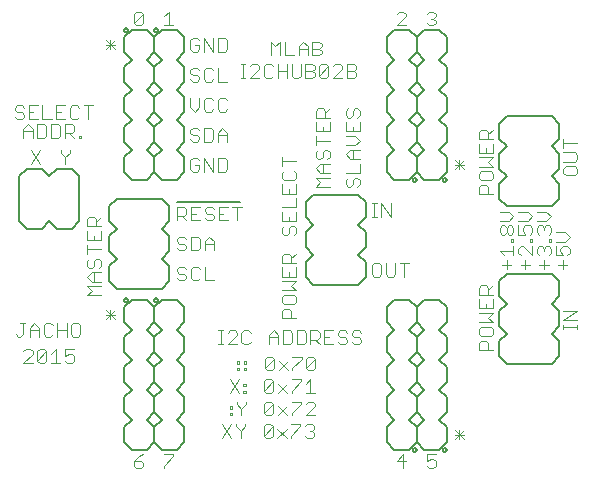
<source format=gbr>
G75*
%MOIN*%
%OFA0B0*%
%FSLAX24Y24*%
%IPPOS*%
%LPD*%
%AMOC8*
5,1,8,0,0,1.08239X$1,22.5*
%
%ADD10C,0.0040*%
%ADD11C,0.0079*%
%ADD12C,0.0060*%
%ADD13C,0.0050*%
D10*
X004974Y001089D02*
X005051Y001013D01*
X005204Y001013D01*
X005281Y001089D01*
X005281Y001166D01*
X005204Y001243D01*
X004974Y001243D01*
X004974Y001089D01*
X004974Y001243D02*
X005128Y001396D01*
X005281Y001473D01*
X005974Y001473D02*
X006281Y001473D01*
X006281Y001396D01*
X005974Y001089D01*
X005974Y001013D01*
X007912Y002013D02*
X008219Y002473D01*
X008372Y002473D02*
X008372Y002396D01*
X008526Y002243D01*
X008526Y002013D01*
X008526Y002243D02*
X008679Y002396D01*
X008679Y002473D01*
X008545Y002763D02*
X008545Y002993D01*
X008699Y003146D01*
X008699Y003223D01*
X008545Y002993D02*
X008392Y003146D01*
X008392Y003223D01*
X008238Y003069D02*
X008162Y003069D01*
X008162Y002993D01*
X008238Y002993D01*
X008238Y003069D01*
X008238Y002839D02*
X008162Y002839D01*
X008162Y002763D01*
X008238Y002763D01*
X008238Y002839D01*
X007912Y002473D02*
X008219Y002013D01*
X009293Y002089D02*
X009600Y002396D01*
X009600Y002089D01*
X009523Y002013D01*
X009370Y002013D01*
X009293Y002089D01*
X009293Y002396D01*
X009370Y002473D01*
X009523Y002473D01*
X009600Y002396D01*
X009753Y002319D02*
X010060Y002013D01*
X010214Y002013D02*
X010214Y002089D01*
X010521Y002396D01*
X010521Y002473D01*
X010214Y002473D01*
X010060Y002319D02*
X009753Y002013D01*
X009773Y002763D02*
X010080Y003069D01*
X010233Y003223D02*
X010540Y003223D01*
X010540Y003146D01*
X010233Y002839D01*
X010233Y002763D01*
X010080Y002763D02*
X009773Y003069D01*
X009620Y003146D02*
X009313Y002839D01*
X009389Y002763D01*
X009543Y002763D01*
X009620Y002839D01*
X009620Y003146D01*
X009543Y003223D01*
X009389Y003223D01*
X009313Y003146D01*
X009313Y002839D01*
X009389Y003513D02*
X009313Y003589D01*
X009620Y003896D01*
X009620Y003589D01*
X009543Y003513D01*
X009389Y003513D01*
X009313Y003589D02*
X009313Y003896D01*
X009389Y003973D01*
X009543Y003973D01*
X009620Y003896D01*
X009773Y003819D02*
X010080Y003513D01*
X010233Y003513D02*
X010233Y003589D01*
X010540Y003896D01*
X010540Y003973D01*
X010233Y003973D01*
X010080Y003819D02*
X009773Y003513D01*
X009793Y004263D02*
X010100Y004569D01*
X010253Y004723D02*
X010560Y004723D01*
X010560Y004646D01*
X010253Y004339D01*
X010253Y004263D01*
X010100Y004263D02*
X009793Y004569D01*
X009639Y004646D02*
X009563Y004723D01*
X009409Y004723D01*
X009332Y004646D01*
X009332Y004339D01*
X009639Y004646D01*
X009639Y004339D01*
X009563Y004263D01*
X009409Y004263D01*
X009332Y004339D01*
X008719Y004339D02*
X008719Y004263D01*
X008642Y004263D01*
X008642Y004339D01*
X008719Y004339D01*
X008719Y004493D02*
X008642Y004493D01*
X008642Y004569D01*
X008719Y004569D01*
X008719Y004493D01*
X008488Y004493D02*
X008488Y004569D01*
X008412Y004569D01*
X008412Y004493D01*
X008488Y004493D01*
X008488Y004339D02*
X008488Y004263D01*
X008412Y004263D01*
X008412Y004339D01*
X008488Y004339D01*
X008469Y003973D02*
X008162Y003513D01*
X008469Y003513D02*
X008162Y003973D01*
X008622Y003819D02*
X008622Y003743D01*
X008699Y003743D01*
X008699Y003819D01*
X008622Y003819D01*
X008622Y003589D02*
X008622Y003513D01*
X008699Y003513D01*
X008699Y003589D01*
X008622Y003589D01*
X008631Y005138D02*
X008784Y005138D01*
X008861Y005214D01*
X008631Y005138D02*
X008554Y005214D01*
X008554Y005521D01*
X008631Y005598D01*
X008784Y005598D01*
X008861Y005521D01*
X008401Y005521D02*
X008401Y005444D01*
X008094Y005138D01*
X008401Y005138D01*
X007940Y005138D02*
X007787Y005138D01*
X007863Y005138D02*
X007863Y005598D01*
X007787Y005598D02*
X007940Y005598D01*
X008094Y005521D02*
X008170Y005598D01*
X008324Y005598D01*
X008401Y005521D01*
X009475Y005444D02*
X009475Y005138D01*
X009475Y005368D02*
X009782Y005368D01*
X009782Y005444D02*
X009782Y005138D01*
X009935Y005138D02*
X010165Y005138D01*
X010242Y005214D01*
X010242Y005521D01*
X010165Y005598D01*
X009935Y005598D01*
X009935Y005138D01*
X009782Y005444D02*
X009628Y005598D01*
X009475Y005444D01*
X009911Y006013D02*
X009911Y006243D01*
X009988Y006319D01*
X010141Y006319D01*
X010218Y006243D01*
X010218Y006013D01*
X010372Y006013D02*
X009911Y006013D01*
X010396Y005598D02*
X010626Y005598D01*
X010702Y005521D01*
X010702Y005214D01*
X010626Y005138D01*
X010396Y005138D01*
X010396Y005598D01*
X010856Y005598D02*
X011086Y005598D01*
X011163Y005521D01*
X011163Y005368D01*
X011086Y005291D01*
X010856Y005291D01*
X011009Y005291D02*
X011163Y005138D01*
X011316Y005138D02*
X011623Y005138D01*
X011777Y005214D02*
X011853Y005138D01*
X012007Y005138D01*
X012084Y005214D01*
X012084Y005291D01*
X012007Y005368D01*
X011853Y005368D01*
X011777Y005444D01*
X011777Y005521D01*
X011853Y005598D01*
X012007Y005598D01*
X012084Y005521D01*
X012237Y005521D02*
X012237Y005444D01*
X012314Y005368D01*
X012467Y005368D01*
X012544Y005291D01*
X012544Y005214D01*
X012467Y005138D01*
X012314Y005138D01*
X012237Y005214D01*
X012237Y005521D02*
X012314Y005598D01*
X012467Y005598D01*
X012544Y005521D01*
X011623Y005598D02*
X011316Y005598D01*
X011316Y005138D01*
X011316Y005368D02*
X011470Y005368D01*
X010856Y005138D02*
X010856Y005598D01*
X010790Y004723D02*
X010944Y004723D01*
X011021Y004646D01*
X010714Y004339D01*
X010790Y004263D01*
X010944Y004263D01*
X011021Y004339D01*
X011021Y004646D01*
X010790Y004723D02*
X010714Y004646D01*
X010714Y004339D01*
X010847Y003973D02*
X010847Y003513D01*
X010694Y003513D02*
X011001Y003513D01*
X010694Y003819D02*
X010847Y003973D01*
X010771Y003223D02*
X010694Y003146D01*
X010771Y003223D02*
X010924Y003223D01*
X011001Y003146D01*
X011001Y003069D01*
X010694Y002763D01*
X011001Y002763D01*
X010904Y002473D02*
X010981Y002396D01*
X010981Y002319D01*
X010904Y002243D01*
X010981Y002166D01*
X010981Y002089D01*
X010904Y002013D01*
X010751Y002013D01*
X010674Y002089D01*
X010827Y002243D02*
X010904Y002243D01*
X010904Y002473D02*
X010751Y002473D01*
X010674Y002396D01*
X013724Y001243D02*
X014031Y001243D01*
X013954Y001013D02*
X013954Y001473D01*
X013724Y001243D01*
X014724Y001243D02*
X014878Y001319D01*
X014954Y001319D01*
X015031Y001243D01*
X015031Y001089D01*
X014954Y001013D01*
X014801Y001013D01*
X014724Y001089D01*
X014724Y001243D02*
X014724Y001473D01*
X015031Y001473D01*
X015662Y001964D02*
X015969Y002271D01*
X015969Y002118D02*
X015662Y002118D01*
X015662Y002271D02*
X015969Y001964D01*
X015815Y001964D02*
X015815Y002271D01*
X016474Y004950D02*
X016474Y005180D01*
X016551Y005257D01*
X016704Y005257D01*
X016781Y005180D01*
X016781Y004950D01*
X016934Y004950D02*
X016474Y004950D01*
X016551Y005410D02*
X016857Y005410D01*
X016934Y005487D01*
X016934Y005641D01*
X016857Y005717D01*
X016551Y005717D01*
X016474Y005641D01*
X016474Y005487D01*
X016551Y005410D01*
X016474Y005871D02*
X016934Y005871D01*
X016781Y006024D01*
X016934Y006178D01*
X016474Y006178D01*
X016474Y006331D02*
X016934Y006331D01*
X016934Y006638D01*
X016934Y006792D02*
X016474Y006792D01*
X016474Y007022D01*
X016551Y007098D01*
X016704Y007098D01*
X016781Y007022D01*
X016781Y006792D01*
X016781Y006945D02*
X016934Y007098D01*
X016474Y006638D02*
X016474Y006331D01*
X016704Y006331D02*
X016704Y006485D01*
X017391Y007638D02*
X017391Y007944D01*
X017315Y008098D02*
X017161Y008251D01*
X017622Y008251D01*
X017622Y008098D02*
X017622Y008405D01*
X017622Y008558D02*
X017622Y008635D01*
X017545Y008635D01*
X017545Y008558D01*
X017622Y008558D01*
X017545Y008788D02*
X017468Y008788D01*
X017391Y008865D01*
X017391Y009019D01*
X017468Y009095D01*
X017545Y009095D01*
X017622Y009019D01*
X017622Y008865D01*
X017545Y008788D01*
X017391Y008865D02*
X017315Y008788D01*
X017238Y008788D01*
X017161Y008865D01*
X017161Y009019D01*
X017238Y009095D01*
X017315Y009095D01*
X017391Y009019D01*
X017468Y009249D02*
X017161Y009249D01*
X017468Y009249D02*
X017622Y009402D01*
X017468Y009556D01*
X017161Y009556D01*
X016934Y010138D02*
X016474Y010138D01*
X016474Y010368D01*
X016551Y010444D01*
X016704Y010444D01*
X016781Y010368D01*
X016781Y010138D01*
X016857Y010598D02*
X016551Y010598D01*
X016474Y010675D01*
X016474Y010828D01*
X016551Y010905D01*
X016857Y010905D01*
X016934Y010828D01*
X016934Y010675D01*
X016857Y010598D01*
X016934Y011058D02*
X016474Y011058D01*
X016781Y011212D02*
X016934Y011365D01*
X016474Y011365D01*
X016474Y011519D02*
X016934Y011519D01*
X016934Y011826D01*
X016934Y011979D02*
X016474Y011979D01*
X016474Y012209D01*
X016551Y012286D01*
X016704Y012286D01*
X016781Y012209D01*
X016781Y011979D01*
X016781Y012133D02*
X016934Y012286D01*
X016474Y011826D02*
X016474Y011519D01*
X016704Y011519D02*
X016704Y011672D01*
X016781Y011212D02*
X016934Y011058D01*
X015969Y011118D02*
X015662Y011118D01*
X015662Y011271D02*
X015969Y010964D01*
X015815Y010964D02*
X015815Y011271D01*
X015969Y011271D02*
X015662Y010964D01*
X013526Y009848D02*
X013526Y009388D01*
X013219Y009848D01*
X013219Y009388D01*
X013065Y009388D02*
X012912Y009388D01*
X012988Y009388D02*
X012988Y009848D01*
X012912Y009848D02*
X013065Y009848D01*
X012497Y010464D02*
X012420Y010388D01*
X012497Y010464D02*
X012497Y010618D01*
X012420Y010694D01*
X012343Y010694D01*
X012266Y010618D01*
X012266Y010464D01*
X012190Y010388D01*
X012113Y010388D01*
X012036Y010464D01*
X012036Y010618D01*
X012113Y010694D01*
X012036Y010848D02*
X012497Y010848D01*
X012497Y011155D01*
X012497Y011308D02*
X012190Y011308D01*
X012036Y011462D01*
X012190Y011615D01*
X012497Y011615D01*
X012343Y011769D02*
X012497Y011922D01*
X012343Y012076D01*
X012036Y012076D01*
X012036Y012229D02*
X012497Y012229D01*
X012497Y012536D01*
X012420Y012689D02*
X012497Y012766D01*
X012497Y012920D01*
X012420Y012996D01*
X012343Y012996D01*
X012266Y012920D01*
X012266Y012766D01*
X012190Y012689D01*
X012113Y012689D01*
X012036Y012766D01*
X012036Y012920D01*
X012113Y012996D01*
X012036Y012536D02*
X012036Y012229D01*
X012266Y012229D02*
X012266Y012383D01*
X011497Y012229D02*
X011497Y012536D01*
X011497Y012689D02*
X011036Y012689D01*
X011036Y012920D01*
X011113Y012996D01*
X011266Y012996D01*
X011343Y012920D01*
X011343Y012689D01*
X011343Y012843D02*
X011497Y012996D01*
X011036Y012536D02*
X011036Y012229D01*
X011497Y012229D01*
X011266Y012229D02*
X011266Y012383D01*
X011036Y012076D02*
X011036Y011769D01*
X011036Y011922D02*
X011497Y011922D01*
X011420Y011615D02*
X011343Y011615D01*
X011266Y011538D01*
X011266Y011385D01*
X011190Y011308D01*
X011113Y011308D01*
X011036Y011385D01*
X011036Y011538D01*
X011113Y011615D01*
X011420Y011615D02*
X011497Y011538D01*
X011497Y011385D01*
X011420Y011308D01*
X011497Y011155D02*
X011190Y011155D01*
X011036Y011001D01*
X011190Y010848D01*
X011497Y010848D01*
X011497Y010694D02*
X011036Y010694D01*
X011190Y010541D01*
X011036Y010388D01*
X011497Y010388D01*
X011266Y010848D02*
X011266Y011155D01*
X010372Y011230D02*
X009911Y011230D01*
X009911Y011077D02*
X009911Y011384D01*
X009988Y010923D02*
X009911Y010847D01*
X009911Y010693D01*
X009988Y010616D01*
X010295Y010616D01*
X010372Y010693D01*
X010372Y010847D01*
X010295Y010923D01*
X010372Y010463D02*
X010372Y010156D01*
X009911Y010156D01*
X009911Y010463D01*
X010141Y010309D02*
X010141Y010156D01*
X010372Y010003D02*
X010372Y009696D01*
X009911Y009696D01*
X009911Y009542D02*
X009911Y009235D01*
X010372Y009235D01*
X010372Y009542D01*
X010141Y009389D02*
X010141Y009235D01*
X010218Y009082D02*
X010295Y009082D01*
X010372Y009005D01*
X010372Y008852D01*
X010295Y008775D01*
X010141Y008852D02*
X010141Y009005D01*
X010218Y009082D01*
X009988Y009082D02*
X009911Y009005D01*
X009911Y008852D01*
X009988Y008775D01*
X010065Y008775D01*
X010141Y008852D01*
X010141Y008161D02*
X009988Y008161D01*
X009911Y008084D01*
X009911Y007854D01*
X010372Y007854D01*
X010372Y007701D02*
X010372Y007394D01*
X009911Y007394D01*
X009911Y007701D01*
X010141Y007547D02*
X010141Y007394D01*
X009911Y007240D02*
X010372Y007240D01*
X010218Y007087D01*
X010372Y006933D01*
X009911Y006933D01*
X009988Y006780D02*
X009911Y006703D01*
X009911Y006550D01*
X009988Y006473D01*
X010295Y006473D01*
X010372Y006550D01*
X010372Y006703D01*
X010295Y006780D01*
X009988Y006780D01*
X010218Y007854D02*
X010218Y008084D01*
X010141Y008161D01*
X010218Y008008D02*
X010372Y008161D01*
X008407Y009263D02*
X008407Y009723D01*
X008560Y009723D02*
X008253Y009723D01*
X008100Y009723D02*
X007793Y009723D01*
X007793Y009263D01*
X008100Y009263D01*
X007946Y009493D02*
X007793Y009493D01*
X007639Y009416D02*
X007639Y009339D01*
X007563Y009263D01*
X007409Y009263D01*
X007332Y009339D01*
X007179Y009263D02*
X006872Y009263D01*
X006872Y009723D01*
X007179Y009723D01*
X007332Y009646D02*
X007332Y009569D01*
X007409Y009493D01*
X007563Y009493D01*
X007639Y009416D01*
X007639Y009646D02*
X007563Y009723D01*
X007409Y009723D01*
X007332Y009646D01*
X007026Y009493D02*
X006872Y009493D01*
X006719Y009493D02*
X006719Y009646D01*
X006642Y009723D01*
X006412Y009723D01*
X006412Y009263D01*
X006412Y009416D02*
X006642Y009416D01*
X006719Y009493D01*
X006565Y009416D02*
X006719Y009263D01*
X006642Y008723D02*
X006488Y008723D01*
X006412Y008646D01*
X006412Y008569D01*
X006488Y008493D01*
X006642Y008493D01*
X006719Y008416D01*
X006719Y008339D01*
X006642Y008263D01*
X006488Y008263D01*
X006412Y008339D01*
X006719Y008646D02*
X006642Y008723D01*
X006872Y008723D02*
X007102Y008723D01*
X007179Y008646D01*
X007179Y008339D01*
X007102Y008263D01*
X006872Y008263D01*
X006872Y008723D01*
X007332Y008569D02*
X007486Y008723D01*
X007639Y008569D01*
X007639Y008263D01*
X007639Y008493D02*
X007332Y008493D01*
X007332Y008569D02*
X007332Y008263D01*
X007332Y007723D02*
X007332Y007263D01*
X007639Y007263D01*
X007179Y007339D02*
X007102Y007263D01*
X006949Y007263D01*
X006872Y007339D01*
X006872Y007646D01*
X006949Y007723D01*
X007102Y007723D01*
X007179Y007646D01*
X006719Y007646D02*
X006642Y007723D01*
X006488Y007723D01*
X006412Y007646D01*
X006412Y007569D01*
X006488Y007493D01*
X006642Y007493D01*
X006719Y007416D01*
X006719Y007339D01*
X006642Y007263D01*
X006488Y007263D01*
X006412Y007339D01*
X004344Y006271D02*
X004037Y005964D01*
X004190Y005964D02*
X004190Y006271D01*
X004037Y006271D02*
X004344Y005964D01*
X004344Y006118D02*
X004037Y006118D01*
X003185Y005771D02*
X003108Y005848D01*
X002955Y005848D01*
X002878Y005771D01*
X002878Y005464D01*
X002955Y005388D01*
X003108Y005388D01*
X003185Y005464D01*
X003185Y005771D01*
X002725Y005848D02*
X002725Y005388D01*
X002725Y005618D02*
X002418Y005618D01*
X002264Y005771D02*
X002188Y005848D01*
X002034Y005848D01*
X001957Y005771D01*
X001957Y005464D01*
X002034Y005388D01*
X002188Y005388D01*
X002264Y005464D01*
X002418Y005388D02*
X002418Y005848D01*
X001804Y005694D02*
X001804Y005388D01*
X001804Y005618D02*
X001497Y005618D01*
X001497Y005694D02*
X001497Y005388D01*
X001267Y005464D02*
X001267Y005848D01*
X001190Y005848D02*
X001344Y005848D01*
X001497Y005694D02*
X001651Y005848D01*
X001804Y005694D01*
X001267Y005464D02*
X001190Y005388D01*
X001113Y005388D01*
X001037Y005464D01*
X001363Y004973D02*
X001287Y004896D01*
X001363Y004973D02*
X001517Y004973D01*
X001594Y004896D01*
X001594Y004819D01*
X001287Y004513D01*
X001594Y004513D01*
X001747Y004589D02*
X002054Y004896D01*
X002054Y004589D01*
X001977Y004513D01*
X001824Y004513D01*
X001747Y004589D01*
X001747Y004896D01*
X001824Y004973D01*
X001977Y004973D01*
X002054Y004896D01*
X002207Y004819D02*
X002361Y004973D01*
X002361Y004513D01*
X002514Y004513D02*
X002207Y004513D01*
X002668Y004589D02*
X002745Y004513D01*
X002898Y004513D01*
X002975Y004589D01*
X002975Y004743D01*
X002898Y004819D01*
X002821Y004819D01*
X002668Y004743D01*
X002668Y004973D01*
X002975Y004973D01*
X003411Y006763D02*
X003565Y006916D01*
X003411Y007069D01*
X003872Y007069D01*
X003872Y007223D02*
X003565Y007223D01*
X003411Y007376D01*
X003565Y007530D01*
X003872Y007530D01*
X003795Y007683D02*
X003872Y007760D01*
X003872Y007913D01*
X003795Y007990D01*
X003718Y007990D01*
X003641Y007913D01*
X003641Y007760D01*
X003565Y007683D01*
X003488Y007683D01*
X003411Y007760D01*
X003411Y007913D01*
X003488Y007990D01*
X003411Y008144D02*
X003411Y008451D01*
X003411Y008604D02*
X003872Y008604D01*
X003872Y008911D01*
X003872Y009064D02*
X003411Y009064D01*
X003411Y009295D01*
X003488Y009371D01*
X003641Y009371D01*
X003718Y009295D01*
X003718Y009064D01*
X003718Y009218D02*
X003872Y009371D01*
X003411Y008911D02*
X003411Y008604D01*
X003641Y008604D02*
X003641Y008758D01*
X003872Y008297D02*
X003411Y008297D01*
X003641Y007530D02*
X003641Y007223D01*
X003872Y006763D02*
X003411Y006763D01*
X006926Y010888D02*
X007079Y010888D01*
X007156Y010964D01*
X007156Y011118D01*
X007003Y011118D01*
X007156Y011271D02*
X007079Y011348D01*
X006926Y011348D01*
X006849Y011271D01*
X006849Y010964D01*
X006926Y010888D01*
X007310Y010888D02*
X007310Y011348D01*
X007616Y010888D01*
X007616Y011348D01*
X007770Y011348D02*
X008000Y011348D01*
X008077Y011271D01*
X008077Y010964D01*
X008000Y010888D01*
X007770Y010888D01*
X007770Y011348D01*
X007770Y011888D02*
X007770Y012194D01*
X007923Y012348D01*
X008077Y012194D01*
X008077Y011888D01*
X008077Y012118D02*
X007770Y012118D01*
X007616Y011964D02*
X007616Y012271D01*
X007540Y012348D01*
X007310Y012348D01*
X007310Y011888D01*
X007540Y011888D01*
X007616Y011964D01*
X007156Y011964D02*
X007079Y011888D01*
X006926Y011888D01*
X006849Y011964D01*
X006926Y012118D02*
X007079Y012118D01*
X007156Y012041D01*
X007156Y011964D01*
X006926Y012118D02*
X006849Y012194D01*
X006849Y012271D01*
X006926Y012348D01*
X007079Y012348D01*
X007156Y012271D01*
X007003Y012888D02*
X007156Y013041D01*
X007156Y013348D01*
X007310Y013271D02*
X007310Y012964D01*
X007386Y012888D01*
X007540Y012888D01*
X007616Y012964D01*
X007770Y012964D02*
X007847Y012888D01*
X008000Y012888D01*
X008077Y012964D01*
X007770Y012964D02*
X007770Y013271D01*
X007847Y013348D01*
X008000Y013348D01*
X008077Y013271D01*
X007616Y013271D02*
X007540Y013348D01*
X007386Y013348D01*
X007310Y013271D01*
X006849Y013348D02*
X006849Y013041D01*
X007003Y012888D01*
X007079Y013888D02*
X006926Y013888D01*
X006849Y013964D01*
X006926Y014118D02*
X007079Y014118D01*
X007156Y014041D01*
X007156Y013964D01*
X007079Y013888D01*
X007310Y013964D02*
X007386Y013888D01*
X007540Y013888D01*
X007616Y013964D01*
X007770Y013888D02*
X008077Y013888D01*
X007770Y013888D02*
X007770Y014348D01*
X007616Y014271D02*
X007540Y014348D01*
X007386Y014348D01*
X007310Y014271D01*
X007310Y013964D01*
X007156Y014271D02*
X007079Y014348D01*
X006926Y014348D01*
X006849Y014271D01*
X006849Y014194D01*
X006926Y014118D01*
X006926Y014888D02*
X007079Y014888D01*
X007156Y014964D01*
X007156Y015118D01*
X007003Y015118D01*
X007156Y015271D02*
X007079Y015348D01*
X006926Y015348D01*
X006849Y015271D01*
X006849Y014964D01*
X006926Y014888D01*
X007310Y014888D02*
X007310Y015348D01*
X007616Y014888D01*
X007616Y015348D01*
X007770Y015348D02*
X008000Y015348D01*
X008077Y015271D01*
X008077Y014964D01*
X008000Y014888D01*
X007770Y014888D01*
X007770Y015348D01*
X008537Y014473D02*
X008690Y014473D01*
X008613Y014473D02*
X008613Y014013D01*
X008537Y014013D02*
X008690Y014013D01*
X008844Y014013D02*
X009151Y014319D01*
X009151Y014396D01*
X009074Y014473D01*
X008920Y014473D01*
X008844Y014396D01*
X009304Y014396D02*
X009304Y014089D01*
X009381Y014013D01*
X009534Y014013D01*
X009611Y014089D01*
X009764Y014013D02*
X009764Y014473D01*
X009611Y014396D02*
X009534Y014473D01*
X009381Y014473D01*
X009304Y014396D01*
X009537Y014763D02*
X009537Y015223D01*
X009690Y015069D01*
X009844Y015223D01*
X009844Y014763D01*
X009997Y014763D02*
X010304Y014763D01*
X010457Y014763D02*
X010457Y015069D01*
X010611Y015223D01*
X010764Y015069D01*
X010764Y014763D01*
X010918Y014763D02*
X011148Y014763D01*
X011225Y014839D01*
X011225Y014916D01*
X011148Y014993D01*
X010918Y014993D01*
X010764Y014993D02*
X010457Y014993D01*
X010918Y015223D02*
X011148Y015223D01*
X011225Y015146D01*
X011225Y015069D01*
X011148Y014993D01*
X010918Y014763D02*
X010918Y015223D01*
X010915Y014473D02*
X010685Y014473D01*
X010685Y014013D01*
X010915Y014013D01*
X010992Y014089D01*
X010992Y014166D01*
X010915Y014243D01*
X010685Y014243D01*
X010532Y014089D02*
X010532Y014473D01*
X010225Y014473D02*
X010225Y014089D01*
X010302Y014013D01*
X010455Y014013D01*
X010532Y014089D01*
X010915Y014243D02*
X010992Y014319D01*
X010992Y014396D01*
X010915Y014473D01*
X011146Y014396D02*
X011222Y014473D01*
X011376Y014473D01*
X011452Y014396D01*
X011146Y014089D01*
X011222Y014013D01*
X011376Y014013D01*
X011452Y014089D01*
X011452Y014396D01*
X011606Y014396D02*
X011683Y014473D01*
X011836Y014473D01*
X011913Y014396D01*
X011913Y014319D01*
X011606Y014013D01*
X011913Y014013D01*
X012066Y014013D02*
X012297Y014013D01*
X012373Y014089D01*
X012373Y014166D01*
X012297Y014243D01*
X012066Y014243D01*
X012066Y014473D02*
X012297Y014473D01*
X012373Y014396D01*
X012373Y014319D01*
X012297Y014243D01*
X012066Y014013D02*
X012066Y014473D01*
X011146Y014396D02*
X011146Y014089D01*
X010071Y014013D02*
X010071Y014473D01*
X010071Y014243D02*
X009764Y014243D01*
X009151Y014013D02*
X008844Y014013D01*
X009997Y014763D02*
X009997Y015223D01*
X006281Y015763D02*
X005974Y015763D01*
X006128Y015763D02*
X006128Y016223D01*
X005974Y016069D01*
X005281Y016146D02*
X005281Y015839D01*
X005204Y015763D01*
X005051Y015763D01*
X004974Y015839D01*
X005281Y016146D01*
X005204Y016223D01*
X005051Y016223D01*
X004974Y016146D01*
X004974Y015839D01*
X004344Y015271D02*
X004037Y014964D01*
X004190Y014964D02*
X004190Y015271D01*
X004037Y015271D02*
X004344Y014964D01*
X004344Y015118D02*
X004037Y015118D01*
X003606Y013098D02*
X003299Y013098D01*
X003452Y013098D02*
X003452Y012638D01*
X003146Y012714D02*
X003069Y012638D01*
X002915Y012638D01*
X002839Y012714D01*
X002839Y013021D01*
X002915Y013098D01*
X003069Y013098D01*
X003146Y013021D01*
X002685Y013098D02*
X002378Y013098D01*
X002378Y012638D01*
X002685Y012638D01*
X002668Y012473D02*
X002898Y012473D01*
X002975Y012396D01*
X002975Y012243D01*
X002898Y012166D01*
X002668Y012166D01*
X002821Y012166D02*
X002975Y012013D01*
X003128Y012013D02*
X003205Y012013D01*
X003205Y012089D01*
X003128Y012089D01*
X003128Y012013D01*
X002668Y012013D02*
X002668Y012473D01*
X002514Y012396D02*
X002438Y012473D01*
X002207Y012473D01*
X002207Y012013D01*
X002438Y012013D01*
X002514Y012089D01*
X002514Y012396D01*
X002225Y012638D02*
X001918Y012638D01*
X001918Y013098D01*
X001764Y013098D02*
X001457Y013098D01*
X001457Y012638D01*
X001764Y012638D01*
X001747Y012473D02*
X001977Y012473D01*
X002054Y012396D01*
X002054Y012089D01*
X001977Y012013D01*
X001747Y012013D01*
X001747Y012473D01*
X001594Y012319D02*
X001594Y012013D01*
X001594Y012243D02*
X001287Y012243D01*
X001287Y012319D02*
X001440Y012473D01*
X001594Y012319D01*
X001287Y012319D02*
X001287Y012013D01*
X001537Y011598D02*
X001844Y011138D01*
X001537Y011138D02*
X001844Y011598D01*
X002537Y011598D02*
X002537Y011521D01*
X002690Y011368D01*
X002690Y011138D01*
X002690Y011368D02*
X002844Y011521D01*
X002844Y011598D01*
X001304Y012714D02*
X001227Y012638D01*
X001074Y012638D01*
X000997Y012714D01*
X001074Y012868D02*
X001227Y012868D01*
X001304Y012791D01*
X001304Y012714D01*
X001457Y012868D02*
X001611Y012868D01*
X001304Y013021D02*
X001227Y013098D01*
X001074Y013098D01*
X000997Y013021D01*
X000997Y012944D01*
X001074Y012868D01*
X002378Y012868D02*
X002532Y012868D01*
X012036Y011769D02*
X012343Y011769D01*
X012266Y011615D02*
X012266Y011308D01*
X012988Y007848D02*
X012912Y007771D01*
X012912Y007464D01*
X012988Y007388D01*
X013142Y007388D01*
X013219Y007464D01*
X013219Y007771D01*
X013142Y007848D01*
X012988Y007848D01*
X013372Y007848D02*
X013372Y007464D01*
X013449Y007388D01*
X013602Y007388D01*
X013679Y007464D01*
X013679Y007848D01*
X013832Y007848D02*
X014139Y007848D01*
X013986Y007848D02*
X013986Y007388D01*
X017238Y007791D02*
X017545Y007791D01*
X017863Y007791D02*
X018170Y007791D01*
X018016Y007638D02*
X018016Y007944D01*
X017863Y008098D02*
X017786Y008175D01*
X017786Y008328D01*
X017863Y008405D01*
X017940Y008405D01*
X018247Y008098D01*
X018247Y008405D01*
X018247Y008558D02*
X018170Y008558D01*
X018170Y008635D01*
X018247Y008635D01*
X018247Y008558D01*
X018170Y008788D02*
X018247Y008865D01*
X018247Y009019D01*
X018170Y009095D01*
X018016Y009095D01*
X017940Y009019D01*
X017940Y008942D01*
X018016Y008788D01*
X017786Y008788D01*
X017786Y009095D01*
X017786Y009249D02*
X018093Y009249D01*
X018247Y009402D01*
X018093Y009556D01*
X017786Y009556D01*
X018411Y009556D02*
X018718Y009556D01*
X018872Y009402D01*
X018718Y009249D01*
X018411Y009249D01*
X018488Y009095D02*
X018565Y009095D01*
X018641Y009019D01*
X018718Y009095D01*
X018795Y009095D01*
X018872Y009019D01*
X018872Y008865D01*
X018795Y008788D01*
X018795Y008635D02*
X018872Y008635D01*
X018872Y008558D01*
X018795Y008558D01*
X018795Y008635D01*
X018795Y008405D02*
X018872Y008328D01*
X018872Y008175D01*
X018795Y008098D01*
X018641Y008251D02*
X018641Y008328D01*
X018718Y008405D01*
X018795Y008405D01*
X018641Y008328D02*
X018565Y008405D01*
X018488Y008405D01*
X018411Y008328D01*
X018411Y008175D01*
X018488Y008098D01*
X018641Y007944D02*
X018641Y007638D01*
X018488Y007791D02*
X018795Y007791D01*
X019113Y007791D02*
X019420Y007791D01*
X019266Y007638D02*
X019266Y007944D01*
X019266Y008098D02*
X019036Y008098D01*
X019036Y008405D01*
X019036Y008558D02*
X019343Y008558D01*
X019497Y008712D01*
X019343Y008865D01*
X019036Y008865D01*
X018641Y008942D02*
X018641Y009019D01*
X018488Y009095D02*
X018411Y009019D01*
X018411Y008865D01*
X018488Y008788D01*
X019190Y008328D02*
X019266Y008405D01*
X019420Y008405D01*
X019497Y008328D01*
X019497Y008175D01*
X019420Y008098D01*
X019266Y008098D02*
X019190Y008251D01*
X019190Y008328D01*
X019286Y006251D02*
X019747Y006251D01*
X019286Y005944D01*
X019747Y005944D01*
X019747Y005791D02*
X019747Y005638D01*
X019747Y005714D02*
X019286Y005714D01*
X019286Y005638D02*
X019286Y005791D01*
X019363Y010763D02*
X019286Y010839D01*
X019286Y010993D01*
X019363Y011069D01*
X019670Y011069D01*
X019747Y010993D01*
X019747Y010839D01*
X019670Y010763D01*
X019363Y010763D01*
X019286Y011223D02*
X019670Y011223D01*
X019747Y011300D01*
X019747Y011453D01*
X019670Y011530D01*
X019286Y011530D01*
X019286Y011683D02*
X019286Y011990D01*
X019286Y011837D02*
X019747Y011837D01*
X015031Y015839D02*
X014954Y015763D01*
X014801Y015763D01*
X014724Y015839D01*
X014878Y015993D02*
X014954Y015993D01*
X015031Y015916D01*
X015031Y015839D01*
X014954Y015993D02*
X015031Y016069D01*
X015031Y016146D01*
X014954Y016223D01*
X014801Y016223D01*
X014724Y016146D01*
X014031Y016146D02*
X013954Y016223D01*
X013801Y016223D01*
X013724Y016146D01*
X014031Y016146D02*
X014031Y016069D01*
X013724Y015763D01*
X014031Y015763D01*
D11*
X008517Y009868D02*
X006392Y009868D01*
D12*
X004642Y002368D02*
X004642Y001868D01*
X004892Y001618D01*
X005392Y001618D01*
X005642Y001868D01*
X005642Y002368D01*
X005892Y002618D01*
X005642Y002868D01*
X005642Y003368D01*
X005892Y003618D01*
X005642Y003868D01*
X005642Y004368D01*
X005892Y004618D01*
X005642Y004868D01*
X005642Y005368D01*
X005892Y005618D01*
X005642Y005868D01*
X005642Y006368D01*
X005892Y006618D01*
X006392Y006618D01*
X006642Y006368D01*
X006642Y005868D01*
X006392Y005618D01*
X006642Y005368D01*
X006642Y004868D01*
X006392Y004618D01*
X006642Y004368D01*
X006642Y003868D01*
X006392Y003618D01*
X006642Y003368D01*
X006642Y002868D01*
X006392Y002618D01*
X006642Y002368D01*
X006642Y001868D01*
X006392Y001618D01*
X005892Y001618D01*
X005642Y001868D01*
X005642Y002368D01*
X005392Y002618D01*
X005642Y002868D01*
X005642Y003368D01*
X005392Y003618D01*
X005642Y003868D01*
X005642Y004368D01*
X005392Y004618D01*
X005642Y004868D01*
X005642Y005368D01*
X005392Y005618D01*
X005642Y005868D01*
X005642Y006368D01*
X005392Y006618D01*
X004892Y006618D01*
X004642Y006368D01*
X004642Y005868D01*
X004892Y005618D01*
X004642Y005368D01*
X004642Y004868D01*
X004892Y004618D01*
X004642Y004368D01*
X004642Y003868D01*
X004892Y003618D01*
X004642Y003368D01*
X004642Y002868D01*
X004892Y002618D01*
X004642Y002368D01*
X004392Y006993D02*
X005892Y006993D01*
X006142Y007243D01*
X006142Y007743D01*
X005892Y007993D01*
X006142Y008243D01*
X006142Y008743D01*
X005892Y008993D01*
X006142Y009243D01*
X006142Y009743D01*
X005892Y009993D01*
X004392Y009993D01*
X004142Y009743D01*
X004142Y009243D01*
X004392Y008993D01*
X004142Y008743D01*
X004142Y008243D01*
X004392Y007993D01*
X004142Y007743D01*
X004142Y007243D01*
X004392Y006993D01*
X002892Y008993D02*
X002392Y008993D01*
X002142Y009243D01*
X001892Y008993D01*
X001392Y008993D01*
X001142Y009243D01*
X001142Y010743D01*
X001392Y010993D01*
X001892Y010993D01*
X002142Y010743D01*
X002392Y010993D01*
X002892Y010993D01*
X003142Y010743D01*
X003142Y009243D01*
X002892Y008993D01*
X004642Y010868D02*
X004892Y010618D01*
X005392Y010618D01*
X005642Y010868D01*
X005642Y011368D01*
X005892Y011618D01*
X005642Y011868D01*
X005642Y012368D01*
X005892Y012618D01*
X005642Y012868D01*
X005642Y013368D01*
X005892Y013618D01*
X005642Y013868D01*
X005642Y014368D01*
X005892Y014618D01*
X005642Y014868D01*
X005642Y015368D01*
X005892Y015618D01*
X006392Y015618D01*
X006642Y015368D01*
X006642Y014868D01*
X006392Y014618D01*
X006642Y014368D01*
X006642Y013868D01*
X006392Y013618D01*
X006642Y013368D01*
X006642Y012868D01*
X006392Y012618D01*
X006642Y012368D01*
X006642Y011868D01*
X006392Y011618D01*
X006642Y011368D01*
X006642Y010868D01*
X006392Y010618D01*
X005892Y010618D01*
X005642Y010868D01*
X005642Y011368D01*
X005392Y011618D01*
X005642Y011868D01*
X005642Y012368D01*
X005392Y012618D01*
X005642Y012868D01*
X005642Y013368D01*
X005392Y013618D01*
X005642Y013868D01*
X005642Y014368D01*
X005392Y014618D01*
X005642Y014868D01*
X005642Y015368D01*
X005392Y015618D01*
X004892Y015618D01*
X004642Y015368D01*
X004642Y014868D01*
X004892Y014618D01*
X004642Y014368D01*
X004642Y013868D01*
X004892Y013618D01*
X004642Y013368D01*
X004642Y012868D01*
X004892Y012618D01*
X004642Y012368D01*
X004642Y011868D01*
X004892Y011618D01*
X004642Y011368D01*
X004642Y010868D01*
X010704Y009868D02*
X010704Y009368D01*
X010954Y009118D01*
X010704Y008868D01*
X010704Y008368D01*
X010954Y008118D01*
X010704Y007868D01*
X010704Y007368D01*
X010954Y007118D01*
X012454Y007118D01*
X012704Y007368D01*
X012704Y007868D01*
X012454Y008118D01*
X012704Y008368D01*
X012704Y008868D01*
X012454Y009118D01*
X012704Y009368D01*
X012704Y009868D01*
X012454Y010118D01*
X010954Y010118D01*
X010704Y009868D01*
X013392Y010868D02*
X013642Y010618D01*
X014142Y010618D01*
X014392Y010868D01*
X014642Y010618D01*
X015142Y010618D01*
X015392Y010868D01*
X015392Y011368D01*
X015142Y011618D01*
X015392Y011868D01*
X015392Y012368D01*
X015142Y012618D01*
X015392Y012868D01*
X015392Y013368D01*
X015142Y013618D01*
X015392Y013868D01*
X015392Y014368D01*
X015142Y014618D01*
X015392Y014868D01*
X015392Y015368D01*
X015142Y015618D01*
X014642Y015618D01*
X014392Y015368D01*
X014392Y014868D01*
X014642Y014618D01*
X014392Y014368D01*
X014392Y013868D01*
X014642Y013618D01*
X014392Y013368D01*
X014392Y012868D01*
X014642Y012618D01*
X014392Y012368D01*
X014392Y011868D01*
X014642Y011618D01*
X014392Y011368D01*
X014392Y010868D01*
X014392Y011368D01*
X014142Y011618D01*
X014392Y011868D01*
X014392Y012368D01*
X014142Y012618D01*
X014392Y012868D01*
X014392Y013368D01*
X014142Y013618D01*
X014392Y013868D01*
X014392Y014368D01*
X014142Y014618D01*
X014392Y014868D01*
X014392Y015368D01*
X014142Y015618D01*
X013642Y015618D01*
X013392Y015368D01*
X013392Y014868D01*
X013642Y014618D01*
X013392Y014368D01*
X013392Y013868D01*
X013642Y013618D01*
X013392Y013368D01*
X013392Y012868D01*
X013642Y012618D01*
X013392Y012368D01*
X013392Y011868D01*
X013642Y011618D01*
X013392Y011368D01*
X013392Y010868D01*
X017142Y010993D02*
X017142Y011493D01*
X017392Y011743D01*
X017142Y011993D01*
X017142Y012493D01*
X017392Y012743D01*
X018892Y012743D01*
X019142Y012493D01*
X019142Y011993D01*
X018892Y011743D01*
X019142Y011493D01*
X019142Y010993D01*
X018892Y010743D01*
X019142Y010493D01*
X019142Y009993D01*
X018892Y009743D01*
X017392Y009743D01*
X017142Y009993D01*
X017142Y010493D01*
X017392Y010743D01*
X017142Y010993D01*
X017392Y007493D02*
X017142Y007243D01*
X017142Y006743D01*
X017392Y006493D01*
X017142Y006243D01*
X017142Y005743D01*
X017392Y005493D01*
X017142Y005243D01*
X017142Y004743D01*
X017392Y004493D01*
X018892Y004493D01*
X019142Y004743D01*
X019142Y005243D01*
X018892Y005493D01*
X019142Y005743D01*
X019142Y006243D01*
X018892Y006493D01*
X019142Y006743D01*
X019142Y007243D01*
X018892Y007493D01*
X017392Y007493D01*
X015392Y006368D02*
X015392Y005868D01*
X015142Y005618D01*
X015392Y005368D01*
X015392Y004868D01*
X015142Y004618D01*
X015392Y004368D01*
X015392Y003868D01*
X015142Y003618D01*
X015392Y003368D01*
X015392Y002868D01*
X015142Y002618D01*
X015392Y002368D01*
X015392Y001868D01*
X015142Y001618D01*
X014642Y001618D01*
X014392Y001868D01*
X014392Y002368D01*
X014642Y002618D01*
X014392Y002868D01*
X014392Y003368D01*
X014642Y003618D01*
X014392Y003868D01*
X014392Y004368D01*
X014642Y004618D01*
X014392Y004868D01*
X014392Y005368D01*
X014642Y005618D01*
X014392Y005868D01*
X014392Y006368D01*
X014642Y006618D01*
X015142Y006618D01*
X015392Y006368D01*
X014392Y006368D02*
X014392Y005868D01*
X014142Y005618D01*
X014392Y005368D01*
X014392Y004868D01*
X014142Y004618D01*
X014392Y004368D01*
X014392Y003868D01*
X014142Y003618D01*
X014392Y003368D01*
X014392Y002868D01*
X014142Y002618D01*
X014392Y002368D01*
X014392Y001868D01*
X014142Y001618D01*
X013642Y001618D01*
X013392Y001868D01*
X013392Y002368D01*
X013642Y002618D01*
X013392Y002868D01*
X013392Y003368D01*
X013642Y003618D01*
X013392Y003868D01*
X013392Y004368D01*
X013642Y004618D01*
X013392Y004868D01*
X013392Y005368D01*
X013642Y005618D01*
X013392Y005868D01*
X013392Y006368D01*
X013642Y006618D01*
X014142Y006618D01*
X014392Y006368D01*
D13*
X014266Y010618D02*
X014268Y010633D01*
X014273Y010647D01*
X014282Y010660D01*
X014293Y010670D01*
X014307Y010677D01*
X014321Y010681D01*
X014337Y010681D01*
X014351Y010677D01*
X014365Y010670D01*
X014376Y010660D01*
X014385Y010647D01*
X014390Y010633D01*
X014392Y010618D01*
X014390Y010603D01*
X014385Y010589D01*
X014376Y010576D01*
X014365Y010566D01*
X014351Y010559D01*
X014337Y010555D01*
X014321Y010555D01*
X014307Y010559D01*
X014293Y010566D01*
X014282Y010576D01*
X014273Y010589D01*
X014268Y010603D01*
X014266Y010618D01*
X015266Y010618D02*
X015268Y010633D01*
X015273Y010647D01*
X015282Y010660D01*
X015293Y010670D01*
X015307Y010677D01*
X015321Y010681D01*
X015337Y010681D01*
X015351Y010677D01*
X015365Y010670D01*
X015376Y010660D01*
X015385Y010647D01*
X015390Y010633D01*
X015392Y010618D01*
X015390Y010603D01*
X015385Y010589D01*
X015376Y010576D01*
X015365Y010566D01*
X015351Y010559D01*
X015337Y010555D01*
X015321Y010555D01*
X015307Y010559D01*
X015293Y010566D01*
X015282Y010576D01*
X015273Y010589D01*
X015268Y010603D01*
X015266Y010618D01*
X005641Y006618D02*
X005643Y006633D01*
X005648Y006647D01*
X005657Y006660D01*
X005668Y006670D01*
X005682Y006677D01*
X005696Y006681D01*
X005712Y006681D01*
X005726Y006677D01*
X005740Y006670D01*
X005751Y006660D01*
X005760Y006647D01*
X005765Y006633D01*
X005767Y006618D01*
X005765Y006603D01*
X005760Y006589D01*
X005751Y006576D01*
X005740Y006566D01*
X005726Y006559D01*
X005712Y006555D01*
X005696Y006555D01*
X005682Y006559D01*
X005668Y006566D01*
X005657Y006576D01*
X005648Y006589D01*
X005643Y006603D01*
X005641Y006618D01*
X004641Y006618D02*
X004643Y006633D01*
X004648Y006647D01*
X004657Y006660D01*
X004668Y006670D01*
X004682Y006677D01*
X004696Y006681D01*
X004712Y006681D01*
X004726Y006677D01*
X004740Y006670D01*
X004751Y006660D01*
X004760Y006647D01*
X004765Y006633D01*
X004767Y006618D01*
X004765Y006603D01*
X004760Y006589D01*
X004751Y006576D01*
X004740Y006566D01*
X004726Y006559D01*
X004712Y006555D01*
X004696Y006555D01*
X004682Y006559D01*
X004668Y006566D01*
X004657Y006576D01*
X004648Y006589D01*
X004643Y006603D01*
X004641Y006618D01*
X014266Y001618D02*
X014268Y001633D01*
X014273Y001647D01*
X014282Y001660D01*
X014293Y001670D01*
X014307Y001677D01*
X014321Y001681D01*
X014337Y001681D01*
X014351Y001677D01*
X014365Y001670D01*
X014376Y001660D01*
X014385Y001647D01*
X014390Y001633D01*
X014392Y001618D01*
X014390Y001603D01*
X014385Y001589D01*
X014376Y001576D01*
X014365Y001566D01*
X014351Y001559D01*
X014337Y001555D01*
X014321Y001555D01*
X014307Y001559D01*
X014293Y001566D01*
X014282Y001576D01*
X014273Y001589D01*
X014268Y001603D01*
X014266Y001618D01*
X015266Y001618D02*
X015268Y001633D01*
X015273Y001647D01*
X015282Y001660D01*
X015293Y001670D01*
X015307Y001677D01*
X015321Y001681D01*
X015337Y001681D01*
X015351Y001677D01*
X015365Y001670D01*
X015376Y001660D01*
X015385Y001647D01*
X015390Y001633D01*
X015392Y001618D01*
X015390Y001603D01*
X015385Y001589D01*
X015376Y001576D01*
X015365Y001566D01*
X015351Y001559D01*
X015337Y001555D01*
X015321Y001555D01*
X015307Y001559D01*
X015293Y001566D01*
X015282Y001576D01*
X015273Y001589D01*
X015268Y001603D01*
X015266Y001618D01*
X005641Y015618D02*
X005643Y015633D01*
X005648Y015647D01*
X005657Y015660D01*
X005668Y015670D01*
X005682Y015677D01*
X005696Y015681D01*
X005712Y015681D01*
X005726Y015677D01*
X005740Y015670D01*
X005751Y015660D01*
X005760Y015647D01*
X005765Y015633D01*
X005767Y015618D01*
X005765Y015603D01*
X005760Y015589D01*
X005751Y015576D01*
X005740Y015566D01*
X005726Y015559D01*
X005712Y015555D01*
X005696Y015555D01*
X005682Y015559D01*
X005668Y015566D01*
X005657Y015576D01*
X005648Y015589D01*
X005643Y015603D01*
X005641Y015618D01*
X004641Y015618D02*
X004643Y015633D01*
X004648Y015647D01*
X004657Y015660D01*
X004668Y015670D01*
X004682Y015677D01*
X004696Y015681D01*
X004712Y015681D01*
X004726Y015677D01*
X004740Y015670D01*
X004751Y015660D01*
X004760Y015647D01*
X004765Y015633D01*
X004767Y015618D01*
X004765Y015603D01*
X004760Y015589D01*
X004751Y015576D01*
X004740Y015566D01*
X004726Y015559D01*
X004712Y015555D01*
X004696Y015555D01*
X004682Y015559D01*
X004668Y015566D01*
X004657Y015576D01*
X004648Y015589D01*
X004643Y015603D01*
X004641Y015618D01*
M02*

</source>
